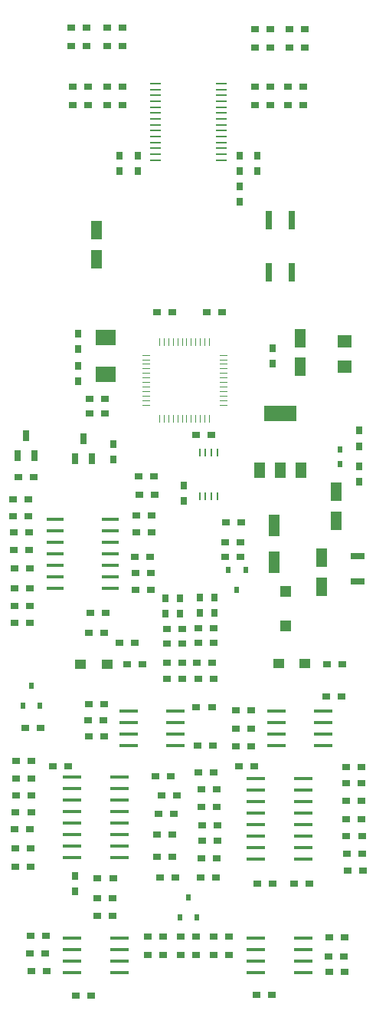
<source format=gtp>
G04 DipTrace 3.3.0.0*
G04 uStreams02.GTP*
%MOIN*%
G04 #@! TF.FileFunction,Paste,Top*
G04 #@! TF.Part,Single*
%ADD63R,0.002X0.03137*%
%ADD65R,0.03137X0.002*%
%ADD71R,0.062984X0.054992*%
%ADD75R,0.086488X0.07074*%
%ADD77R,0.062866X0.03137*%
%ADD81R,0.019559X0.025465*%
%ADD87R,0.051055X0.007748*%
%ADD89R,0.078614X0.015622*%
%ADD91R,0.072X0.018*%
%ADD93R,0.019559X0.03137*%
%ADD95R,0.142X0.071*%
%ADD97R,0.051X0.071*%
%ADD99R,0.008142X0.032157*%
%ADD101R,0.03137X0.078614*%
%ADD103R,0.047118X0.047118*%
%ADD105R,0.051055X0.039244*%
%ADD107R,0.03137X0.047118*%
%ADD109R,0.047118X0.094362*%
%ADD111R,0.035307X0.03137*%
%ADD113R,0.047118X0.078614*%
%ADD115R,0.03137X0.035307*%
%FSLAX26Y26*%
G04*
G70*
G90*
G75*
G01*
G04 TopPaste*
%LPD*%
D115*
X1931751Y2744000D3*
Y2677071D3*
D113*
X1831751Y2506500D3*
Y2632484D3*
D111*
X1052117Y3413570D3*
X1119046D3*
X1335818Y3412175D3*
X1268888D3*
D115*
X710495Y3253794D3*
Y3320723D3*
D111*
X1298783Y1819056D3*
X1231854D3*
X1095350Y1820295D3*
X1162280D3*
X825184Y3035029D3*
X758255D3*
X824593Y2972718D3*
X757664D3*
X1288000Y2881500D3*
X1221071D3*
D113*
X788719Y3770152D3*
Y3644168D3*
D115*
X710004Y3180850D3*
Y3113921D3*
X1931751Y2831500D3*
Y2898429D3*
X1169003Y2594018D3*
Y2660948D3*
D111*
X1352322Y2500249D3*
X1419251D3*
D109*
X1563000Y2325249D3*
Y2486667D3*
D111*
X1415215Y2349807D3*
X1348286D3*
X431751Y2137749D3*
X498680D3*
X425500Y2600249D3*
X492429D3*
D115*
X1239146Y2105155D3*
Y2172084D3*
X1152990Y2103257D3*
Y2170186D3*
D111*
X1230681Y1976119D3*
X1297610D3*
X1161454Y1974222D3*
X1094525D3*
D113*
X1675500Y3175249D3*
Y3301234D3*
D111*
X956895Y2351079D3*
X1023824D3*
X1025500Y2205934D3*
X958571D3*
X1029929Y2456500D3*
X963000D3*
D113*
X1769251Y2219000D3*
Y2344984D3*
D111*
X1463269Y1525724D3*
X1396340D3*
X1463417Y1604563D3*
X1396488D3*
X820008Y1639932D3*
X753079D3*
X820950Y1569283D3*
X754021D3*
X1855954Y1744573D3*
X1789025D3*
X1290680Y1696114D3*
X1223751D3*
X1485638Y447888D3*
X1552567D3*
X1311566Y1040552D3*
X1244636D3*
X437140Y1240096D3*
X504070D3*
X1227979Y1528966D3*
X1294908D3*
X1077714Y700249D3*
X1010785D3*
X1365214D3*
X1298285D3*
X1554387Y929138D3*
X1487458D3*
X431228Y1166176D3*
X498157D3*
X568356Y702850D3*
X501427D3*
X1868064Y696898D3*
X1801135D3*
X699958Y441638D3*
X766887D3*
D115*
X695924Y962602D3*
Y895673D3*
D111*
X437377Y1387106D3*
X504306D3*
X666762Y1440068D3*
X599833D3*
X1407458Y1439173D3*
X1474387D3*
X1942472Y1208723D3*
X1875543D3*
X860638Y954138D3*
X793709D3*
X1010785Y619000D3*
X1077714D3*
X1800194Y614675D3*
X1867123D3*
X1944102Y1137639D3*
X1877173D3*
X1125353Y1233173D3*
X1058424D3*
X1154535Y700249D3*
X1221465D3*
D115*
X1488000Y4092178D3*
Y4025249D3*
X888000Y4092178D3*
Y4025249D3*
X1413000Y4092178D3*
Y4025249D3*
X969249Y4092178D3*
Y4025249D3*
D107*
X481751Y2875249D3*
X519152Y2788635D3*
X444349D3*
X731751Y2863371D3*
X769152Y2776757D3*
X694349D3*
D105*
X720104Y1883138D3*
X834277D3*
X1581963Y1886699D3*
X1696136D3*
D103*
X1612803Y2050446D3*
Y2200052D3*
D101*
X1538000Y3587749D3*
X1638000D3*
Y3812552D3*
X1538000D3*
D99*
X1238000Y2613176D3*
X1263591D3*
X1289181D3*
X1314772D3*
Y2802152D3*
X1289181D3*
X1263591D3*
X1238000D3*
D97*
X1500500Y2725249D3*
X1590500D3*
X1680500D3*
D95*
X1589500Y2973249D3*
D93*
X1400500Y2206500D3*
X1363098Y2293114D3*
X1437902D3*
D91*
X850500Y2212749D3*
X608500D3*
X850500Y2262749D3*
Y2312749D3*
X608500Y2262749D3*
Y2312749D3*
X850500Y2362749D3*
X608500D3*
X850500Y2412749D3*
Y2462749D3*
X608500Y2412749D3*
Y2462749D3*
X850500Y2512749D3*
X608500D3*
D89*
X1775972Y1578723D3*
X1571248D3*
X1775972Y1528723D3*
Y1628723D3*
Y1678723D3*
X1571248Y1528723D3*
Y1628723D3*
Y1678723D3*
X1133514Y1580312D3*
X928790D3*
X1133514Y1530312D3*
Y1630312D3*
Y1680312D3*
X928790Y1530312D3*
Y1630312D3*
Y1680312D3*
X1688000Y594000D3*
X1483276D3*
X1688000Y544000D3*
Y644000D3*
Y694000D3*
X1483276Y544000D3*
Y644000D3*
Y694000D3*
X1688000Y1085304D3*
X1483276Y1185304D3*
X1688000Y1035304D3*
Y1135304D3*
Y1185304D3*
X1483276Y1135304D3*
Y1235304D3*
Y1285304D3*
X1688000D3*
X1483276Y1385304D3*
X1688000Y1235304D3*
Y1335304D3*
X1483276D3*
X1688000Y1385304D3*
X1483276Y1085304D3*
Y1035304D3*
X888000Y1094000D3*
X683276Y1194000D3*
X888000Y1044000D3*
Y1144000D3*
Y1194000D3*
X683276Y1144000D3*
Y1244000D3*
Y1294000D3*
X888000D3*
X683276Y1394000D3*
X888000Y1244000D3*
Y1344000D3*
X683276D3*
X888000Y1394000D3*
X683276Y1094000D3*
Y1044000D3*
X888000Y594000D3*
X683276D3*
X888000Y544000D3*
Y644000D3*
Y694000D3*
X683276Y544000D3*
Y644000D3*
Y694000D3*
D93*
X505860Y1789218D3*
X543261Y1702604D3*
X468458D3*
X1188642Y871486D3*
X1226043Y784871D3*
X1151240D3*
D87*
X1045283Y4406500D3*
Y4380909D3*
Y4355319D3*
Y4329728D3*
Y4304138D3*
Y4278547D3*
Y4252957D3*
Y4227366D3*
Y4201776D3*
Y4176185D3*
Y4150594D3*
Y4125004D3*
Y4099413D3*
Y4073823D3*
X1330717D3*
Y4099413D3*
Y4125004D3*
Y4150594D3*
Y4176185D3*
Y4201776D3*
Y4227366D3*
Y4252957D3*
Y4278547D3*
Y4304138D3*
Y4329728D3*
Y4355319D3*
Y4380909D3*
Y4406500D3*
D81*
X1848433Y2816933D3*
Y2753941D3*
D77*
X1925500Y2244000D3*
Y2354236D3*
D75*
X828526Y3142476D3*
Y3302752D3*
D115*
X1555625Y3256999D3*
Y3190070D3*
D111*
X1226684Y1891206D3*
X1293613D3*
X1163249Y1891369D3*
X1096320D3*
X516657Y2697455D3*
X449728D3*
D115*
X860786Y2840587D3*
Y2773657D3*
D111*
X1348286Y2412307D3*
X1415215D3*
X498680Y2300249D3*
X431751D3*
X494251Y2381500D3*
X427322D3*
D71*
X1869251Y3175249D3*
Y3287218D3*
D111*
X498680Y2212749D3*
X431751D3*
X494251Y2456500D3*
X427322D3*
D115*
X1301646Y2172084D3*
Y2105155D3*
X1090490Y2170186D3*
Y2103257D3*
D111*
X431751Y2062749D3*
X498680D3*
X425500Y2525249D3*
X492429D3*
X1297610Y2038619D3*
X1230681D3*
X1094525Y2036722D3*
X1161454D3*
X1025500Y2280934D3*
X958571D3*
X1029929Y2531500D3*
X963000D3*
X971071Y2700249D3*
X1038000D3*
X756751Y2019000D3*
X823680D3*
X763000Y2106500D3*
X829929D3*
X975500Y2619000D3*
X1042429D3*
X957035Y1975562D3*
X890106D3*
X1395201Y1682064D3*
X1462130D3*
X1857518Y1883520D3*
X1790589D3*
X1800803Y544967D3*
X1867732D3*
X572819Y550879D3*
X505890D3*
X1245194Y1338917D3*
X1312123D3*
X1230938Y1413538D3*
X1297867D3*
X504381Y1463850D3*
X437451D3*
X438841Y1314016D3*
X505770D3*
X1247885Y1116980D3*
X1314814D3*
X1248591Y1184319D3*
X1315520D3*
X434308Y1084323D3*
X501238D3*
X434219Y1003657D3*
X501148D3*
X923142Y1882374D3*
X990071D3*
X544766Y1607289D3*
X477837D3*
X1942354Y1289587D3*
X1875425D3*
X791888Y866638D3*
X858818D3*
X1882159Y985121D3*
X1949088D3*
X1945365Y1061154D3*
X1878436D3*
X1941873Y1365702D3*
X1874944D3*
X1875672Y1437928D3*
X1942601D3*
X1052173Y1045673D3*
X1119102D3*
Y1143852D3*
X1052173D3*
X1137853Y1312602D3*
X1070924D3*
X1045924Y1395673D3*
X1112853D3*
X1221465Y619000D3*
X1154535D3*
X1065349Y956844D3*
X1132278D3*
X1308591Y956786D3*
X1241661D3*
X1648138Y929138D3*
X1715067D3*
X1298285Y619000D3*
X1365214D3*
X498858Y625571D3*
X565787D3*
X791829Y788756D3*
X858759D3*
X754198Y1708395D3*
X821127D3*
X1244801Y1263115D3*
X1311730D3*
X1629535Y4644000D3*
X1696465D3*
X1479535D3*
X1546465D3*
X1629535Y4562749D3*
X1696465D3*
X1479535D3*
X1546465D3*
X1623285Y4394000D3*
X1690214D3*
X1479535D3*
X1546465D3*
X1623285Y4312749D3*
X1690214D3*
X1479535D3*
X1546465D3*
X902714D3*
X835785D3*
X752714D3*
X685785D3*
X902714Y4394000D3*
X835785D3*
X752714D3*
X685785D3*
X902714Y4569000D3*
X835785D3*
X746465D3*
X679535D3*
X902714Y4650249D3*
X835785D3*
X746465D3*
X679535D3*
D115*
X1413000Y3894000D3*
Y3960929D3*
D65*
X1006438Y3224399D3*
Y3204714D3*
Y3185029D3*
Y3165344D3*
Y3145659D3*
Y3125974D3*
Y3106289D3*
Y3086604D3*
Y3066919D3*
Y3047234D3*
Y3027549D3*
Y3007864D3*
D63*
X1065493Y2948808D3*
X1085178D3*
X1104864D3*
X1124549D3*
X1144234D3*
X1163919D3*
X1183604D3*
X1203289D3*
X1222974D3*
X1242659D3*
X1262344D3*
X1282029D3*
D65*
X1341084Y3007864D3*
Y3027549D3*
Y3047234D3*
Y3066919D3*
Y3086604D3*
Y3106289D3*
Y3125974D3*
Y3145659D3*
Y3165344D3*
Y3185029D3*
Y3204714D3*
Y3224399D3*
D63*
X1282029Y3283454D3*
X1262344D3*
X1242659D3*
X1222974D3*
X1203289D3*
X1183604D3*
X1163919D3*
X1144234D3*
X1124549D3*
X1104864D3*
X1085178D3*
X1065493D3*
M02*

</source>
